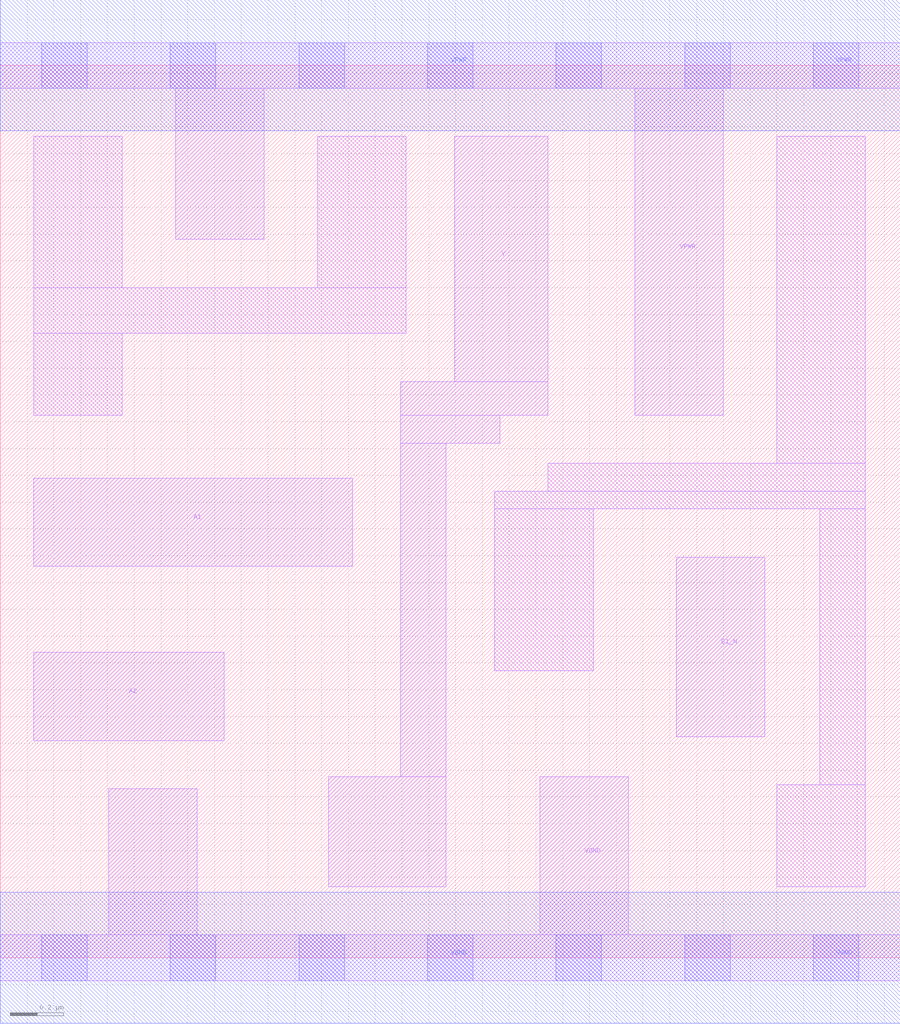
<source format=lef>
# Copyright 2020 The SkyWater PDK Authors
#
# Licensed under the Apache License, Version 2.0 (the "License");
# you may not use this file except in compliance with the License.
# You may obtain a copy of the License at
#
#     https://www.apache.org/licenses/LICENSE-2.0
#
# Unless required by applicable law or agreed to in writing, software
# distributed under the License is distributed on an "AS IS" BASIS,
# WITHOUT WARRANTIES OR CONDITIONS OF ANY KIND, either express or implied.
# See the License for the specific language governing permissions and
# limitations under the License.
#
# SPDX-License-Identifier: Apache-2.0

VERSION 5.7 ;
  NAMESCASESENSITIVE ON ;
  NOWIREEXTENSIONATPIN ON ;
  DIVIDERCHAR "/" ;
  BUSBITCHARS "[]" ;
UNITS
  DATABASE MICRONS 200 ;
END UNITS
MACRO sky130_fd_sc_lp__a21boi_lp
  CLASS CORE ;
  SOURCE USER ;
  FOREIGN sky130_fd_sc_lp__a21boi_lp ;
  ORIGIN  0.000000  0.000000 ;
  SIZE  3.360000 BY  3.330000 ;
  SYMMETRY X Y R90 ;
  SITE unit ;
  PIN A1
    ANTENNAGATEAREA  0.313000 ;
    DIRECTION INPUT ;
    USE SIGNAL ;
    PORT
      LAYER li1 ;
        RECT 0.125000 1.460000 1.315000 1.790000 ;
    END
  END A1
  PIN A2
    ANTENNAGATEAREA  0.313000 ;
    DIRECTION INPUT ;
    USE SIGNAL ;
    PORT
      LAYER li1 ;
        RECT 0.125000 0.810000 0.835000 1.140000 ;
    END
  END A2
  PIN B1_N
    ANTENNAGATEAREA  0.376000 ;
    DIRECTION INPUT ;
    USE SIGNAL ;
    PORT
      LAYER li1 ;
        RECT 2.525000 0.825000 2.855000 1.495000 ;
    END
  END B1_N
  PIN Y
    ANTENNADIFFAREA  0.402600 ;
    DIRECTION OUTPUT ;
    USE SIGNAL ;
    PORT
      LAYER li1 ;
        RECT 1.225000 0.265000 1.665000 0.675000 ;
        RECT 1.495000 0.675000 1.665000 1.920000 ;
        RECT 1.495000 1.920000 1.865000 2.025000 ;
        RECT 1.495000 2.025000 2.045000 2.150000 ;
        RECT 1.695000 2.150000 2.045000 3.065000 ;
    END
  END Y
  PIN VGND
    DIRECTION INOUT ;
    USE GROUND ;
    PORT
      LAYER li1 ;
        RECT 0.000000 -0.085000 3.360000 0.085000 ;
        RECT 0.405000  0.085000 0.735000 0.630000 ;
        RECT 2.015000  0.085000 2.345000 0.675000 ;
      LAYER mcon ;
        RECT 0.155000 -0.085000 0.325000 0.085000 ;
        RECT 0.635000 -0.085000 0.805000 0.085000 ;
        RECT 1.115000 -0.085000 1.285000 0.085000 ;
        RECT 1.595000 -0.085000 1.765000 0.085000 ;
        RECT 2.075000 -0.085000 2.245000 0.085000 ;
        RECT 2.555000 -0.085000 2.725000 0.085000 ;
        RECT 3.035000 -0.085000 3.205000 0.085000 ;
      LAYER met1 ;
        RECT 0.000000 -0.245000 3.360000 0.245000 ;
    END
  END VGND
  PIN VPWR
    DIRECTION INOUT ;
    USE POWER ;
    PORT
      LAYER li1 ;
        RECT 0.000000 3.245000 3.360000 3.415000 ;
        RECT 0.655000 2.680000 0.985000 3.245000 ;
        RECT 2.370000 2.025000 2.700000 3.245000 ;
      LAYER mcon ;
        RECT 0.155000 3.245000 0.325000 3.415000 ;
        RECT 0.635000 3.245000 0.805000 3.415000 ;
        RECT 1.115000 3.245000 1.285000 3.415000 ;
        RECT 1.595000 3.245000 1.765000 3.415000 ;
        RECT 2.075000 3.245000 2.245000 3.415000 ;
        RECT 2.555000 3.245000 2.725000 3.415000 ;
        RECT 3.035000 3.245000 3.205000 3.415000 ;
      LAYER met1 ;
        RECT 0.000000 3.085000 3.360000 3.575000 ;
    END
  END VPWR
  OBS
    LAYER li1 ;
      RECT 0.125000 2.025000 0.455000 2.330000 ;
      RECT 0.125000 2.330000 1.515000 2.500000 ;
      RECT 0.125000 2.500000 0.455000 3.065000 ;
      RECT 1.185000 2.500000 1.515000 3.065000 ;
      RECT 1.845000 1.070000 2.215000 1.675000 ;
      RECT 1.845000 1.675000 3.230000 1.740000 ;
      RECT 2.045000 1.740000 3.230000 1.845000 ;
      RECT 2.900000 0.265000 3.230000 0.645000 ;
      RECT 2.900000 1.845000 3.230000 3.065000 ;
      RECT 3.060000 0.645000 3.230000 1.675000 ;
  END
END sky130_fd_sc_lp__a21boi_lp

</source>
